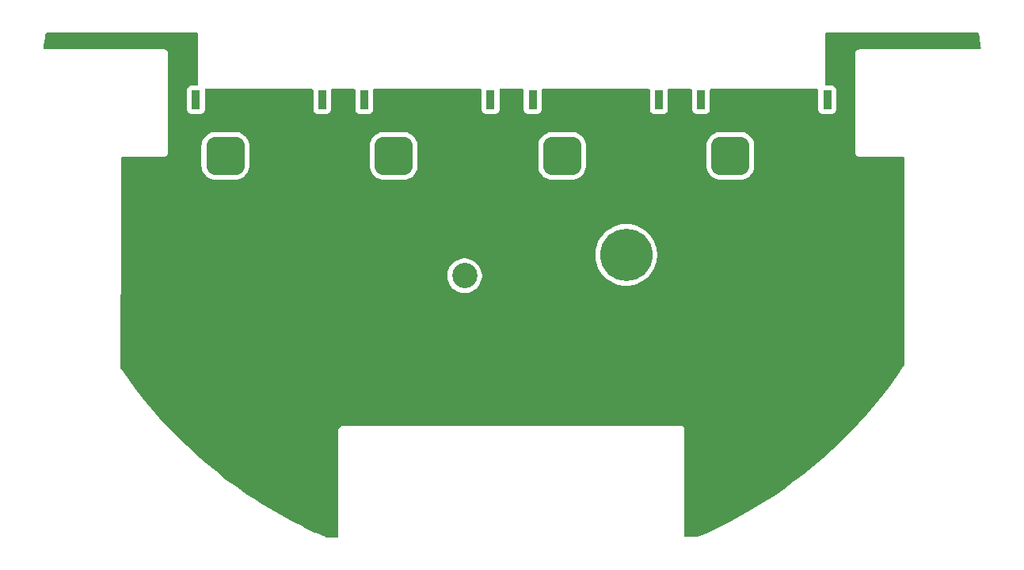
<source format=gbr>
%TF.GenerationSoftware,KiCad,Pcbnew,9.0.3*%
%TF.CreationDate,2025-08-09T18:03:13+09:00*%
%TF.ProjectId,power_circuit_2,706f7765-725f-4636-9972-637569745f32,rev?*%
%TF.SameCoordinates,Original*%
%TF.FileFunction,Copper,L1,Top*%
%TF.FilePolarity,Positive*%
%FSLAX46Y46*%
G04 Gerber Fmt 4.6, Leading zero omitted, Abs format (unit mm)*
G04 Created by KiCad (PCBNEW 9.0.3) date 2025-08-09 18:03:13*
%MOMM*%
%LPD*%
G01*
G04 APERTURE LIST*
G04 Aperture macros list*
%AMRoundRect*
0 Rectangle with rounded corners*
0 $1 Rounding radius*
0 $2 $3 $4 $5 $6 $7 $8 $9 X,Y pos of 4 corners*
0 Add a 4 corners polygon primitive as box body*
4,1,4,$2,$3,$4,$5,$6,$7,$8,$9,$2,$3,0*
0 Add four circle primitives for the rounded corners*
1,1,$1+$1,$2,$3*
1,1,$1+$1,$4,$5*
1,1,$1+$1,$6,$7*
1,1,$1+$1,$8,$9*
0 Add four rect primitives between the rounded corners*
20,1,$1+$1,$2,$3,$4,$5,0*
20,1,$1+$1,$4,$5,$6,$7,0*
20,1,$1+$1,$6,$7,$8,$9,0*
20,1,$1+$1,$8,$9,$2,$3,0*%
G04 Aperture macros list end*
%TA.AperFunction,ComponentPad*%
%ADD10C,5.600000*%
%TD*%
%TA.AperFunction,ComponentPad*%
%ADD11RoundRect,0.250001X-1.099999X-1.099999X1.099999X-1.099999X1.099999X1.099999X-1.099999X1.099999X0*%
%TD*%
%TA.AperFunction,ComponentPad*%
%ADD12C,2.700000*%
%TD*%
%TA.AperFunction,ComponentPad*%
%ADD13R,0.900000X2.000000*%
%TD*%
%TA.AperFunction,ComponentPad*%
%ADD14RoundRect,1.025000X1.025000X1.025000X-1.025000X1.025000X-1.025000X-1.025000X1.025000X-1.025000X0*%
%TD*%
%TA.AperFunction,ComponentPad*%
%ADD15C,4.100000*%
%TD*%
G04 APERTURE END LIST*
D10*
%TO.P,+1,1,1*%
%TO.N,+24V*%
X114250000Y-136250000D03*
%TD*%
%TO.P,-1,1,1*%
%TO.N,GND*%
X142250000Y-136250000D03*
%TD*%
D11*
%TO.P,J5,1,Pin_1*%
%TO.N,+24V*%
X121020000Y-138475000D03*
D12*
%TO.P,J5,2,Pin_2*%
%TO.N,GND*%
X124980000Y-138475000D03*
%TD*%
D13*
%TO.P,J4,*%
%TO.N,*%
X163750000Y-119650000D03*
X150250000Y-119650000D03*
D14*
%TO.P,J4,1,Pin_1*%
%TO.N,GND*%
X153400000Y-125650000D03*
D15*
%TO.P,J4,2,Pin_2*%
%TO.N,+24V*%
X160600000Y-125650000D03*
%TD*%
D13*
%TO.P,J3,*%
%TO.N,*%
X145750000Y-119650000D03*
X132250000Y-119650000D03*
D14*
%TO.P,J3,1,Pin_1*%
%TO.N,GND*%
X135400000Y-125650000D03*
D15*
%TO.P,J3,2,Pin_2*%
%TO.N,+24V*%
X142600000Y-125650000D03*
%TD*%
D13*
%TO.P,J1,*%
%TO.N,*%
X109750000Y-119650000D03*
X96250000Y-119650000D03*
D14*
%TO.P,J1,1,Pin_1*%
%TO.N,GND*%
X99400000Y-125650000D03*
D15*
%TO.P,J1,2,Pin_2*%
%TO.N,+24V*%
X106600000Y-125650000D03*
%TD*%
D13*
%TO.P,J2,*%
%TO.N,*%
X127750000Y-119650000D03*
X114250000Y-119650000D03*
D14*
%TO.P,J2,1,Pin_1*%
%TO.N,GND*%
X117400000Y-125650000D03*
D15*
%TO.P,J2,2,Pin_2*%
%TO.N,+24V*%
X124600000Y-125650000D03*
%TD*%
%TA.AperFunction,Conductor*%
%TO.N,+24V*%
G36*
X96442539Y-112520185D02*
G01*
X96488294Y-112572989D01*
X96499500Y-112624500D01*
X96499500Y-118025500D01*
X96479815Y-118092539D01*
X96427011Y-118138294D01*
X96375500Y-118149500D01*
X95752129Y-118149500D01*
X95752123Y-118149501D01*
X95692516Y-118155908D01*
X95557671Y-118206202D01*
X95557664Y-118206206D01*
X95442455Y-118292452D01*
X95442452Y-118292455D01*
X95356206Y-118407664D01*
X95356202Y-118407671D01*
X95305908Y-118542517D01*
X95299501Y-118602116D01*
X95299501Y-118602123D01*
X95299500Y-118602135D01*
X95299500Y-120697870D01*
X95299501Y-120697876D01*
X95305908Y-120757483D01*
X95356202Y-120892328D01*
X95356206Y-120892335D01*
X95442452Y-121007544D01*
X95442455Y-121007547D01*
X95557664Y-121093793D01*
X95557671Y-121093797D01*
X95692517Y-121144091D01*
X95692516Y-121144091D01*
X95699444Y-121144835D01*
X95752127Y-121150500D01*
X96747872Y-121150499D01*
X96807483Y-121144091D01*
X96942331Y-121093796D01*
X97057546Y-121007546D01*
X97143796Y-120892331D01*
X97194091Y-120757483D01*
X97200500Y-120697873D01*
X97200499Y-118624499D01*
X97220184Y-118557461D01*
X97272987Y-118511706D01*
X97324499Y-118500500D01*
X108675500Y-118500500D01*
X108742539Y-118520185D01*
X108788294Y-118572989D01*
X108799500Y-118624500D01*
X108799500Y-120697870D01*
X108799501Y-120697876D01*
X108805908Y-120757483D01*
X108856202Y-120892328D01*
X108856206Y-120892335D01*
X108942452Y-121007544D01*
X108942455Y-121007547D01*
X109057664Y-121093793D01*
X109057671Y-121093797D01*
X109192517Y-121144091D01*
X109192516Y-121144091D01*
X109199444Y-121144835D01*
X109252127Y-121150500D01*
X110247872Y-121150499D01*
X110307483Y-121144091D01*
X110442331Y-121093796D01*
X110557546Y-121007546D01*
X110643796Y-120892331D01*
X110694091Y-120757483D01*
X110700500Y-120697873D01*
X110700499Y-118624499D01*
X110720184Y-118557461D01*
X110772987Y-118511706D01*
X110824499Y-118500500D01*
X113175500Y-118500500D01*
X113242539Y-118520185D01*
X113288294Y-118572989D01*
X113299500Y-118624500D01*
X113299500Y-120697870D01*
X113299501Y-120697876D01*
X113305908Y-120757483D01*
X113356202Y-120892328D01*
X113356206Y-120892335D01*
X113442452Y-121007544D01*
X113442455Y-121007547D01*
X113557664Y-121093793D01*
X113557671Y-121093797D01*
X113692517Y-121144091D01*
X113692516Y-121144091D01*
X113699444Y-121144835D01*
X113752127Y-121150500D01*
X114747872Y-121150499D01*
X114807483Y-121144091D01*
X114942331Y-121093796D01*
X115057546Y-121007546D01*
X115143796Y-120892331D01*
X115194091Y-120757483D01*
X115200500Y-120697873D01*
X115200499Y-118624499D01*
X115220184Y-118557461D01*
X115272987Y-118511706D01*
X115324499Y-118500500D01*
X126675500Y-118500500D01*
X126742539Y-118520185D01*
X126788294Y-118572989D01*
X126799500Y-118624500D01*
X126799500Y-120697870D01*
X126799501Y-120697876D01*
X126805908Y-120757483D01*
X126856202Y-120892328D01*
X126856206Y-120892335D01*
X126942452Y-121007544D01*
X126942455Y-121007547D01*
X127057664Y-121093793D01*
X127057671Y-121093797D01*
X127192517Y-121144091D01*
X127192516Y-121144091D01*
X127199444Y-121144835D01*
X127252127Y-121150500D01*
X128247872Y-121150499D01*
X128307483Y-121144091D01*
X128442331Y-121093796D01*
X128557546Y-121007546D01*
X128643796Y-120892331D01*
X128694091Y-120757483D01*
X128700500Y-120697873D01*
X128700499Y-118624499D01*
X128720184Y-118557461D01*
X128772987Y-118511706D01*
X128824499Y-118500500D01*
X129934108Y-118500500D01*
X131175500Y-118500500D01*
X131242539Y-118520185D01*
X131288294Y-118572989D01*
X131299500Y-118624500D01*
X131299500Y-120697870D01*
X131299501Y-120697876D01*
X131305908Y-120757483D01*
X131356202Y-120892328D01*
X131356206Y-120892335D01*
X131442452Y-121007544D01*
X131442455Y-121007547D01*
X131557664Y-121093793D01*
X131557671Y-121093797D01*
X131692517Y-121144091D01*
X131692516Y-121144091D01*
X131699444Y-121144835D01*
X131752127Y-121150500D01*
X132747872Y-121150499D01*
X132807483Y-121144091D01*
X132942331Y-121093796D01*
X133057546Y-121007546D01*
X133143796Y-120892331D01*
X133194091Y-120757483D01*
X133200500Y-120697873D01*
X133200499Y-118624499D01*
X133220184Y-118557461D01*
X133272987Y-118511706D01*
X133324499Y-118500500D01*
X144675500Y-118500500D01*
X144742539Y-118520185D01*
X144788294Y-118572989D01*
X144799500Y-118624500D01*
X144799500Y-120697870D01*
X144799501Y-120697876D01*
X144805908Y-120757483D01*
X144856202Y-120892328D01*
X144856206Y-120892335D01*
X144942452Y-121007544D01*
X144942455Y-121007547D01*
X145057664Y-121093793D01*
X145057671Y-121093797D01*
X145192517Y-121144091D01*
X145192516Y-121144091D01*
X145199444Y-121144835D01*
X145252127Y-121150500D01*
X146247872Y-121150499D01*
X146307483Y-121144091D01*
X146442331Y-121093796D01*
X146557546Y-121007546D01*
X146643796Y-120892331D01*
X146694091Y-120757483D01*
X146700500Y-120697873D01*
X146700499Y-118624499D01*
X146720184Y-118557461D01*
X146772987Y-118511706D01*
X146824499Y-118500500D01*
X149175500Y-118500500D01*
X149242539Y-118520185D01*
X149288294Y-118572989D01*
X149299500Y-118624500D01*
X149299500Y-120697870D01*
X149299501Y-120697876D01*
X149305908Y-120757483D01*
X149356202Y-120892328D01*
X149356206Y-120892335D01*
X149442452Y-121007544D01*
X149442455Y-121007547D01*
X149557664Y-121093793D01*
X149557671Y-121093797D01*
X149692517Y-121144091D01*
X149692516Y-121144091D01*
X149699444Y-121144835D01*
X149752127Y-121150500D01*
X150747872Y-121150499D01*
X150807483Y-121144091D01*
X150942331Y-121093796D01*
X151057546Y-121007546D01*
X151143796Y-120892331D01*
X151194091Y-120757483D01*
X151200500Y-120697873D01*
X151200499Y-118624499D01*
X151220184Y-118557461D01*
X151272987Y-118511706D01*
X151324499Y-118500500D01*
X162675500Y-118500500D01*
X162742539Y-118520185D01*
X162788294Y-118572989D01*
X162799500Y-118624500D01*
X162799500Y-120697870D01*
X162799501Y-120697876D01*
X162805908Y-120757483D01*
X162856202Y-120892328D01*
X162856206Y-120892335D01*
X162942452Y-121007544D01*
X162942455Y-121007547D01*
X163057664Y-121093793D01*
X163057671Y-121093797D01*
X163192517Y-121144091D01*
X163192516Y-121144091D01*
X163199444Y-121144835D01*
X163252127Y-121150500D01*
X164247872Y-121150499D01*
X164307483Y-121144091D01*
X164442331Y-121093796D01*
X164557546Y-121007546D01*
X164643796Y-120892331D01*
X164694091Y-120757483D01*
X164700500Y-120697873D01*
X164700499Y-118602128D01*
X164694091Y-118542517D01*
X164682599Y-118511706D01*
X164643797Y-118407671D01*
X164643793Y-118407664D01*
X164557547Y-118292455D01*
X164557544Y-118292452D01*
X164442335Y-118206206D01*
X164442328Y-118206202D01*
X164307482Y-118155908D01*
X164307483Y-118155908D01*
X164247883Y-118149501D01*
X164247881Y-118149500D01*
X164247873Y-118149500D01*
X164247865Y-118149500D01*
X163624500Y-118149500D01*
X163557461Y-118129815D01*
X163511706Y-118077011D01*
X163500500Y-118025500D01*
X163500500Y-112624500D01*
X163520185Y-112557461D01*
X163572989Y-112511706D01*
X163624500Y-112500500D01*
X179853489Y-112500500D01*
X179920528Y-112520185D01*
X179966283Y-112572989D01*
X179976156Y-112606365D01*
X180031741Y-112982348D01*
X180032039Y-112984495D01*
X180149828Y-113890393D01*
X180150089Y-113892544D01*
X180174694Y-114111663D01*
X180162613Y-114180480D01*
X180115244Y-114231842D01*
X180051468Y-114249500D01*
X167184108Y-114249500D01*
X167056812Y-114283608D01*
X166942686Y-114349500D01*
X166942683Y-114349502D01*
X166849502Y-114442683D01*
X166849500Y-114442686D01*
X166783608Y-114556812D01*
X166756252Y-114658908D01*
X166749500Y-114684108D01*
X166749500Y-125315892D01*
X166766554Y-125379539D01*
X166783608Y-125443187D01*
X166816554Y-125500250D01*
X166849500Y-125557314D01*
X166942686Y-125650500D01*
X167056814Y-125716392D01*
X167184108Y-125750500D01*
X167315892Y-125750500D01*
X171874765Y-125750500D01*
X171941804Y-125770185D01*
X171987559Y-125822989D01*
X171998764Y-125874645D01*
X171985988Y-136734868D01*
X171972690Y-148038779D01*
X171952926Y-148105795D01*
X171951041Y-148108635D01*
X171303123Y-149055962D01*
X171301236Y-149058644D01*
X170520332Y-150138010D01*
X170518375Y-150140641D01*
X169709206Y-151198972D01*
X169707180Y-151201551D01*
X168870283Y-152238145D01*
X168868189Y-152240669D01*
X168004215Y-153254723D01*
X168002056Y-153257191D01*
X167111533Y-154248081D01*
X167109309Y-154250491D01*
X166192899Y-155217481D01*
X166190612Y-155219831D01*
X165248953Y-156162250D01*
X165246604Y-156164539D01*
X164280370Y-157081709D01*
X164277962Y-157083935D01*
X163287789Y-157975255D01*
X163285323Y-157977416D01*
X162271965Y-158842208D01*
X162269443Y-158844304D01*
X161233523Y-159682036D01*
X161230946Y-159684064D01*
X160173249Y-160494099D01*
X160170619Y-160496058D01*
X159091884Y-161277830D01*
X159089204Y-161279719D01*
X157990200Y-162032674D01*
X157987470Y-162034492D01*
X156868888Y-162758155D01*
X156866111Y-162759900D01*
X155728780Y-163453733D01*
X155725958Y-163455403D01*
X154570738Y-164118882D01*
X154567873Y-164120478D01*
X153395457Y-164753206D01*
X153392551Y-164754725D01*
X152203845Y-165356214D01*
X152200900Y-165357656D01*
X150996659Y-165927522D01*
X150993676Y-165928885D01*
X149887822Y-166416832D01*
X149837765Y-166427385D01*
X148616770Y-166427385D01*
X148549731Y-166407700D01*
X148503976Y-166354896D01*
X148492770Y-166303300D01*
X148497297Y-159683064D01*
X148500454Y-155066059D01*
X148500500Y-155065892D01*
X148500500Y-155000245D01*
X148500545Y-154934450D01*
X148500543Y-154934444D01*
X148500500Y-154934108D01*
X148483513Y-154870712D01*
X148483519Y-154870710D01*
X148483490Y-154870628D01*
X148466525Y-154807135D01*
X148466394Y-154806817D01*
X148433500Y-154749843D01*
X148433457Y-154749769D01*
X148416541Y-154720424D01*
X148400710Y-154692960D01*
X148400709Y-154692959D01*
X148400708Y-154692957D01*
X148400680Y-154692920D01*
X148400662Y-154692897D01*
X148400498Y-154692683D01*
X148354150Y-154646336D01*
X148354149Y-154646335D01*
X148307588Y-154599710D01*
X148307436Y-154599622D01*
X148307314Y-154599500D01*
X148250749Y-154566842D01*
X148250675Y-154566799D01*
X148193505Y-154533739D01*
X148193201Y-154533612D01*
X148188968Y-154532478D01*
X148129946Y-154516663D01*
X148125798Y-154515548D01*
X148066232Y-154499544D01*
X148065900Y-154499500D01*
X148065892Y-154499500D01*
X148000342Y-154499500D01*
X147926775Y-154499449D01*
X147926001Y-154499500D01*
X111934108Y-154499500D01*
X111806812Y-154533608D01*
X111692686Y-154599500D01*
X111692683Y-154599502D01*
X111599502Y-154692683D01*
X111599500Y-154692686D01*
X111533608Y-154806812D01*
X111499500Y-154934108D01*
X111499500Y-166322552D01*
X111479815Y-166389591D01*
X111427011Y-166435346D01*
X111375500Y-166446552D01*
X110154225Y-166446552D01*
X110104115Y-166435976D01*
X110084669Y-166427385D01*
X109101606Y-165993069D01*
X108954711Y-165928171D01*
X108951624Y-165926756D01*
X107705162Y-165334768D01*
X107702115Y-165333270D01*
X106472253Y-164707340D01*
X106469249Y-164705758D01*
X105257073Y-164046437D01*
X105254112Y-164044774D01*
X104060392Y-163352483D01*
X104057479Y-163350740D01*
X102883185Y-162626041D01*
X102880320Y-162624218D01*
X101726244Y-161867597D01*
X101723431Y-161865697D01*
X100590601Y-161077832D01*
X100587840Y-161075856D01*
X99476933Y-160257216D01*
X99474227Y-160255164D01*
X98386165Y-159406428D01*
X98383517Y-159404303D01*
X97319127Y-158526116D01*
X97316538Y-158523920D01*
X96687449Y-157975255D01*
X96276545Y-157616881D01*
X96274027Y-157614623D01*
X95259312Y-156679498D01*
X95256847Y-156677164D01*
X94268059Y-155714556D01*
X94265659Y-155712154D01*
X93303652Y-154722890D01*
X93301318Y-154720424D01*
X92366703Y-153705134D01*
X92364438Y-153702604D01*
X91458017Y-152662159D01*
X91455822Y-152659569D01*
X90578205Y-151594671D01*
X90576082Y-151592022D01*
X90271845Y-151201551D01*
X89727934Y-150503473D01*
X89725898Y-150500784D01*
X89700590Y-150466401D01*
X88907887Y-149389444D01*
X88905914Y-149386684D01*
X88225809Y-148407643D01*
X88203728Y-148341354D01*
X88203648Y-148336647D01*
X88203726Y-148298507D01*
X88215336Y-142577484D01*
X88223908Y-138353711D01*
X123129500Y-138353711D01*
X123129500Y-138596288D01*
X123161161Y-138836785D01*
X123223947Y-139071104D01*
X123292751Y-139237211D01*
X123316776Y-139295212D01*
X123438064Y-139505289D01*
X123438066Y-139505292D01*
X123438067Y-139505293D01*
X123585733Y-139697736D01*
X123585739Y-139697743D01*
X123757256Y-139869260D01*
X123757262Y-139869265D01*
X123949711Y-140016936D01*
X124159788Y-140138224D01*
X124383900Y-140231054D01*
X124618211Y-140293838D01*
X124798586Y-140317584D01*
X124858711Y-140325500D01*
X124858712Y-140325500D01*
X125101289Y-140325500D01*
X125149388Y-140319167D01*
X125341789Y-140293838D01*
X125576100Y-140231054D01*
X125800212Y-140138224D01*
X126010289Y-140016936D01*
X126202738Y-139869265D01*
X126374265Y-139697738D01*
X126521936Y-139505289D01*
X126643224Y-139295212D01*
X126736054Y-139071100D01*
X126798838Y-138836789D01*
X126830500Y-138596288D01*
X126830500Y-138353712D01*
X126829932Y-138349401D01*
X126798838Y-138113214D01*
X126798838Y-138113211D01*
X126736054Y-137878900D01*
X126643224Y-137654788D01*
X126521936Y-137444711D01*
X126374265Y-137252262D01*
X126374260Y-137252256D01*
X126202743Y-137080739D01*
X126202736Y-137080733D01*
X126010293Y-136933067D01*
X126010292Y-136933066D01*
X126010289Y-136933064D01*
X125800212Y-136811776D01*
X125800205Y-136811773D01*
X125576104Y-136718947D01*
X125341785Y-136656161D01*
X125101289Y-136624500D01*
X125101288Y-136624500D01*
X124858712Y-136624500D01*
X124858711Y-136624500D01*
X124618214Y-136656161D01*
X124383895Y-136718947D01*
X124159794Y-136811773D01*
X124159785Y-136811777D01*
X123949706Y-136933067D01*
X123757263Y-137080733D01*
X123757256Y-137080739D01*
X123585739Y-137252256D01*
X123585733Y-137252263D01*
X123438067Y-137444706D01*
X123316777Y-137654785D01*
X123316773Y-137654794D01*
X123223947Y-137878895D01*
X123161161Y-138113214D01*
X123129500Y-138353711D01*
X88223908Y-138353711D01*
X88223917Y-138349401D01*
X88225918Y-137363246D01*
X88228506Y-136087860D01*
X138949500Y-136087860D01*
X138949500Y-136412139D01*
X138981284Y-136734857D01*
X138981287Y-136734874D01*
X139044545Y-137052902D01*
X139044548Y-137052913D01*
X139138686Y-137363247D01*
X139262786Y-137662849D01*
X139262788Y-137662854D01*
X139415646Y-137948830D01*
X139415657Y-137948848D01*
X139595811Y-138218467D01*
X139595821Y-138218481D01*
X139801546Y-138469158D01*
X140030841Y-138698453D01*
X140030846Y-138698457D01*
X140030847Y-138698458D01*
X140281524Y-138904183D01*
X140551158Y-139084347D01*
X140551167Y-139084352D01*
X140551169Y-139084353D01*
X140837145Y-139237211D01*
X140837147Y-139237211D01*
X140837153Y-139237215D01*
X141136754Y-139361314D01*
X141447077Y-139455449D01*
X141447083Y-139455450D01*
X141447086Y-139455451D01*
X141447097Y-139455454D01*
X141646528Y-139495122D01*
X141765132Y-139518714D01*
X142087857Y-139550500D01*
X142087860Y-139550500D01*
X142412140Y-139550500D01*
X142412143Y-139550500D01*
X142734868Y-139518714D01*
X142892295Y-139487399D01*
X143052902Y-139455454D01*
X143052913Y-139455451D01*
X143052913Y-139455450D01*
X143052923Y-139455449D01*
X143363246Y-139361314D01*
X143662847Y-139237215D01*
X143948842Y-139084347D01*
X144218476Y-138904183D01*
X144469153Y-138698458D01*
X144698458Y-138469153D01*
X144904183Y-138218476D01*
X145084347Y-137948842D01*
X145237215Y-137662847D01*
X145361314Y-137363246D01*
X145455449Y-137052923D01*
X145455451Y-137052913D01*
X145455454Y-137052902D01*
X145487399Y-136892295D01*
X145518714Y-136734868D01*
X145550500Y-136412143D01*
X145550500Y-136087857D01*
X145518714Y-135765132D01*
X145495122Y-135646528D01*
X145455454Y-135447097D01*
X145455451Y-135447086D01*
X145455450Y-135447083D01*
X145455449Y-135447077D01*
X145361314Y-135136754D01*
X145237215Y-134837153D01*
X145084347Y-134551158D01*
X144904183Y-134281524D01*
X144698458Y-134030847D01*
X144698457Y-134030846D01*
X144698453Y-134030841D01*
X144469158Y-133801546D01*
X144218481Y-133595821D01*
X144218480Y-133595820D01*
X144218476Y-133595817D01*
X143948842Y-133415653D01*
X143948837Y-133415650D01*
X143948830Y-133415646D01*
X143662854Y-133262788D01*
X143662849Y-133262786D01*
X143363247Y-133138686D01*
X143052913Y-133044548D01*
X143052902Y-133044545D01*
X142734874Y-132981287D01*
X142734857Y-132981284D01*
X142490812Y-132957248D01*
X142412143Y-132949500D01*
X142087857Y-132949500D01*
X142015099Y-132956666D01*
X141765142Y-132981284D01*
X141765125Y-132981287D01*
X141447097Y-133044545D01*
X141447086Y-133044548D01*
X141136752Y-133138686D01*
X140837150Y-133262786D01*
X140837145Y-133262788D01*
X140551169Y-133415646D01*
X140551151Y-133415657D01*
X140281532Y-133595811D01*
X140281518Y-133595821D01*
X140030841Y-133801546D01*
X139801546Y-134030841D01*
X139595821Y-134281518D01*
X139595811Y-134281532D01*
X139415657Y-134551151D01*
X139415646Y-134551169D01*
X139262788Y-134837145D01*
X139262786Y-134837150D01*
X139138686Y-135136752D01*
X139044548Y-135447086D01*
X139044545Y-135447097D01*
X138981287Y-135765125D01*
X138981284Y-135765142D01*
X138949500Y-136087860D01*
X88228506Y-136087860D01*
X88245090Y-127916780D01*
X88249235Y-125874248D01*
X88269056Y-125807249D01*
X88321953Y-125761601D01*
X88373235Y-125750500D01*
X92815890Y-125750500D01*
X92815892Y-125750500D01*
X92943186Y-125716392D01*
X93057314Y-125650500D01*
X93150500Y-125557314D01*
X93216392Y-125443186D01*
X93250500Y-125315892D01*
X93250500Y-124554702D01*
X96849500Y-124554702D01*
X96849500Y-126745292D01*
X96849501Y-126745298D01*
X96859718Y-126890027D01*
X96859718Y-126890031D01*
X96859719Y-126890034D01*
X96859720Y-126890038D01*
X96913834Y-127130314D01*
X96913835Y-127130319D01*
X97005795Y-127358809D01*
X97133216Y-127569589D01*
X97133219Y-127569592D01*
X97292798Y-127757201D01*
X97402990Y-127850930D01*
X97480411Y-127916784D01*
X97691191Y-128044205D01*
X97919683Y-128136165D01*
X98159966Y-128190281D01*
X98304705Y-128200500D01*
X100495294Y-128200499D01*
X100640034Y-128190281D01*
X100880317Y-128136165D01*
X101108809Y-128044205D01*
X101319589Y-127916784D01*
X101507201Y-127757201D01*
X101666784Y-127569589D01*
X101794205Y-127358809D01*
X101886165Y-127130317D01*
X101940281Y-126890034D01*
X101950500Y-126745295D01*
X101950499Y-124554706D01*
X101950499Y-124554702D01*
X114849500Y-124554702D01*
X114849500Y-126745292D01*
X114849501Y-126745298D01*
X114859718Y-126890027D01*
X114859718Y-126890031D01*
X114859719Y-126890034D01*
X114859720Y-126890038D01*
X114913834Y-127130314D01*
X114913835Y-127130319D01*
X115005795Y-127358809D01*
X115133216Y-127569589D01*
X115133219Y-127569592D01*
X115292798Y-127757201D01*
X115402990Y-127850930D01*
X115480411Y-127916784D01*
X115691191Y-128044205D01*
X115919683Y-128136165D01*
X116159966Y-128190281D01*
X116304705Y-128200500D01*
X118495294Y-128200499D01*
X118640034Y-128190281D01*
X118880317Y-128136165D01*
X119108809Y-128044205D01*
X119319589Y-127916784D01*
X119507201Y-127757201D01*
X119666784Y-127569589D01*
X119794205Y-127358809D01*
X119886165Y-127130317D01*
X119940281Y-126890034D01*
X119950500Y-126745295D01*
X119950499Y-124554706D01*
X119950499Y-124554702D01*
X132849500Y-124554702D01*
X132849500Y-126745292D01*
X132849501Y-126745298D01*
X132859718Y-126890027D01*
X132859718Y-126890031D01*
X132859719Y-126890034D01*
X132859720Y-126890038D01*
X132913834Y-127130314D01*
X132913835Y-127130319D01*
X133005795Y-127358809D01*
X133133216Y-127569589D01*
X133133219Y-127569592D01*
X133292798Y-127757201D01*
X133402990Y-127850930D01*
X133480411Y-127916784D01*
X133691191Y-128044205D01*
X133919683Y-128136165D01*
X134159966Y-128190281D01*
X134304705Y-128200500D01*
X136495294Y-128200499D01*
X136640034Y-128190281D01*
X136880317Y-128136165D01*
X137108809Y-128044205D01*
X137319589Y-127916784D01*
X137507201Y-127757201D01*
X137666784Y-127569589D01*
X137794205Y-127358809D01*
X137886165Y-127130317D01*
X137940281Y-126890034D01*
X137950500Y-126745295D01*
X137950499Y-124554706D01*
X137950499Y-124554702D01*
X150849500Y-124554702D01*
X150849500Y-126745292D01*
X150849501Y-126745298D01*
X150859718Y-126890027D01*
X150859718Y-126890031D01*
X150859719Y-126890034D01*
X150859720Y-126890038D01*
X150913834Y-127130314D01*
X150913835Y-127130319D01*
X151005795Y-127358809D01*
X151133216Y-127569589D01*
X151133219Y-127569592D01*
X151292798Y-127757201D01*
X151402990Y-127850930D01*
X151480411Y-127916784D01*
X151691191Y-128044205D01*
X151919683Y-128136165D01*
X152159966Y-128190281D01*
X152304705Y-128200500D01*
X154495294Y-128200499D01*
X154640034Y-128190281D01*
X154880317Y-128136165D01*
X155108809Y-128044205D01*
X155319589Y-127916784D01*
X155507201Y-127757201D01*
X155666784Y-127569589D01*
X155794205Y-127358809D01*
X155886165Y-127130317D01*
X155940281Y-126890034D01*
X155950500Y-126745295D01*
X155950499Y-124554706D01*
X155940281Y-124409966D01*
X155886165Y-124169683D01*
X155794205Y-123941191D01*
X155666784Y-123730411D01*
X155600930Y-123652990D01*
X155507201Y-123542798D01*
X155377654Y-123432606D01*
X155319589Y-123383216D01*
X155108809Y-123255795D01*
X154880318Y-123163835D01*
X154640036Y-123109719D01*
X154640029Y-123109718D01*
X154495296Y-123099500D01*
X152304707Y-123099500D01*
X152304701Y-123099501D01*
X152159972Y-123109718D01*
X152159966Y-123109718D01*
X152159966Y-123109719D01*
X152159963Y-123109719D01*
X152159961Y-123109720D01*
X151919685Y-123163834D01*
X151919680Y-123163835D01*
X151691190Y-123255795D01*
X151691185Y-123255798D01*
X151480417Y-123383212D01*
X151480407Y-123383219D01*
X151292798Y-123542798D01*
X151133219Y-123730407D01*
X151133212Y-123730417D01*
X151005798Y-123941185D01*
X151005795Y-123941190D01*
X150913835Y-124169680D01*
X150913835Y-124169682D01*
X150859719Y-124409963D01*
X150859718Y-124409970D01*
X150849500Y-124554702D01*
X137950499Y-124554702D01*
X137940281Y-124409966D01*
X137886165Y-124169683D01*
X137794205Y-123941191D01*
X137666784Y-123730411D01*
X137600930Y-123652990D01*
X137507201Y-123542798D01*
X137377654Y-123432606D01*
X137319589Y-123383216D01*
X137108809Y-123255795D01*
X136880318Y-123163835D01*
X136640036Y-123109719D01*
X136640029Y-123109718D01*
X136495296Y-123099500D01*
X134304707Y-123099500D01*
X134304701Y-123099501D01*
X134159972Y-123109718D01*
X134159966Y-123109718D01*
X134159966Y-123109719D01*
X134159963Y-123109719D01*
X134159961Y-123109720D01*
X133919685Y-123163834D01*
X133919680Y-123163835D01*
X133691190Y-123255795D01*
X133691185Y-123255798D01*
X133480417Y-123383212D01*
X133480407Y-123383219D01*
X133292798Y-123542798D01*
X133133219Y-123730407D01*
X133133212Y-123730417D01*
X133005798Y-123941185D01*
X133005795Y-123941190D01*
X132913835Y-124169680D01*
X132913835Y-124169682D01*
X132859719Y-124409963D01*
X132859718Y-124409970D01*
X132849500Y-124554702D01*
X119950499Y-124554702D01*
X119940281Y-124409966D01*
X119886165Y-124169683D01*
X119794205Y-123941191D01*
X119666784Y-123730411D01*
X119600930Y-123652990D01*
X119507201Y-123542798D01*
X119377654Y-123432606D01*
X119319589Y-123383216D01*
X119108809Y-123255795D01*
X118880318Y-123163835D01*
X118640036Y-123109719D01*
X118640029Y-123109718D01*
X118495296Y-123099500D01*
X116304707Y-123099500D01*
X116304701Y-123099501D01*
X116159972Y-123109718D01*
X116159966Y-123109718D01*
X116159966Y-123109719D01*
X116159963Y-123109719D01*
X116159961Y-123109720D01*
X115919685Y-123163834D01*
X115919680Y-123163835D01*
X115691190Y-123255795D01*
X115691185Y-123255798D01*
X115480417Y-123383212D01*
X115480407Y-123383219D01*
X115292798Y-123542798D01*
X115133219Y-123730407D01*
X115133212Y-123730417D01*
X115005798Y-123941185D01*
X115005795Y-123941190D01*
X114913835Y-124169680D01*
X114913835Y-124169682D01*
X114859719Y-124409963D01*
X114859718Y-124409970D01*
X114849500Y-124554702D01*
X101950499Y-124554702D01*
X101940281Y-124409966D01*
X101886165Y-124169683D01*
X101794205Y-123941191D01*
X101666784Y-123730411D01*
X101600930Y-123652990D01*
X101507201Y-123542798D01*
X101377654Y-123432606D01*
X101319589Y-123383216D01*
X101108809Y-123255795D01*
X100880318Y-123163835D01*
X100640036Y-123109719D01*
X100640029Y-123109718D01*
X100495296Y-123099500D01*
X98304707Y-123099500D01*
X98304701Y-123099501D01*
X98159972Y-123109718D01*
X98159966Y-123109718D01*
X98159966Y-123109719D01*
X98159963Y-123109719D01*
X98159961Y-123109720D01*
X97919685Y-123163834D01*
X97919680Y-123163835D01*
X97691190Y-123255795D01*
X97691185Y-123255798D01*
X97480417Y-123383212D01*
X97480407Y-123383219D01*
X97292798Y-123542798D01*
X97133219Y-123730407D01*
X97133212Y-123730417D01*
X97005798Y-123941185D01*
X97005795Y-123941190D01*
X96913835Y-124169680D01*
X96913835Y-124169682D01*
X96859719Y-124409963D01*
X96859718Y-124409970D01*
X96849500Y-124554702D01*
X93250500Y-124554702D01*
X93250500Y-114672665D01*
X93216392Y-114545371D01*
X93150500Y-114431243D01*
X93057314Y-114338057D01*
X92963006Y-114283608D01*
X92943187Y-114272165D01*
X92858598Y-114249500D01*
X92815892Y-114238057D01*
X92684108Y-114238057D01*
X92684107Y-114238057D01*
X80089027Y-114238064D01*
X80073682Y-114233558D01*
X80057696Y-114234041D01*
X80040845Y-114223916D01*
X80021988Y-114218379D01*
X80011515Y-114206293D01*
X79997806Y-114198056D01*
X79989104Y-114180430D01*
X79976233Y-114165576D01*
X79973596Y-114149016D01*
X79966877Y-114135405D01*
X79965813Y-114100127D01*
X79990103Y-113885389D01*
X79990355Y-113883331D01*
X80108943Y-112981411D01*
X80109250Y-112979234D01*
X80165159Y-112606365D01*
X80165196Y-112606111D01*
X80194604Y-112542733D01*
X80253608Y-112505314D01*
X80287825Y-112500500D01*
X96375500Y-112500500D01*
X96442539Y-112520185D01*
G37*
%TD.AperFunction*%
%TD*%
M02*

</source>
